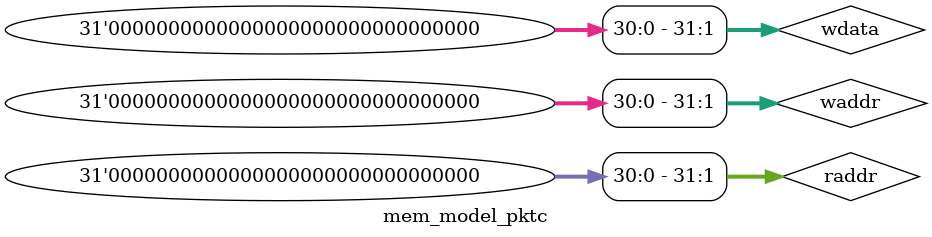
<source format=sv>


module mem_model_pktc(MEMIF_PKTC.to_mem  memif,AXI_clks.to_rtl clks);

parameter DWIDTH = 32;
parameter AWIDTH = 32; 
parameter MEM_DEPTH = (1<<AWIDTH);

logic  [AWIDTH-1:0] waddr;
logic  [DWIDTH-1:0] wdata;
logic               write;
logic  [AWIDTH-1:0] raddr;
logic  [DWIDTH-1:0] rdata;

assign waddr          = memif.f0_waddr;
assign wdata          = memif.f0_wdata;
assign write          = memif.f0_write;
assign raddr          = memif.f0_raddr;
assign memif.f0_rdata = rdata;


reg [DWIDTH-1:0] mem[0:MEM_DEPTH-1];

logic [DWIDTH-1:0] m00,m01,m02,m03;
assign m00=mem[0];
assign m01=mem[1];
assign m02=mem[2];
assign m03=mem[3];

always @(*) begin
  rdata <= #1 mem[raddr];
end

always @(posedge(clks.clk)) begin
  if(write) begin
    mem[waddr]<=#1 wdata;
  end
end

endmodule

</source>
